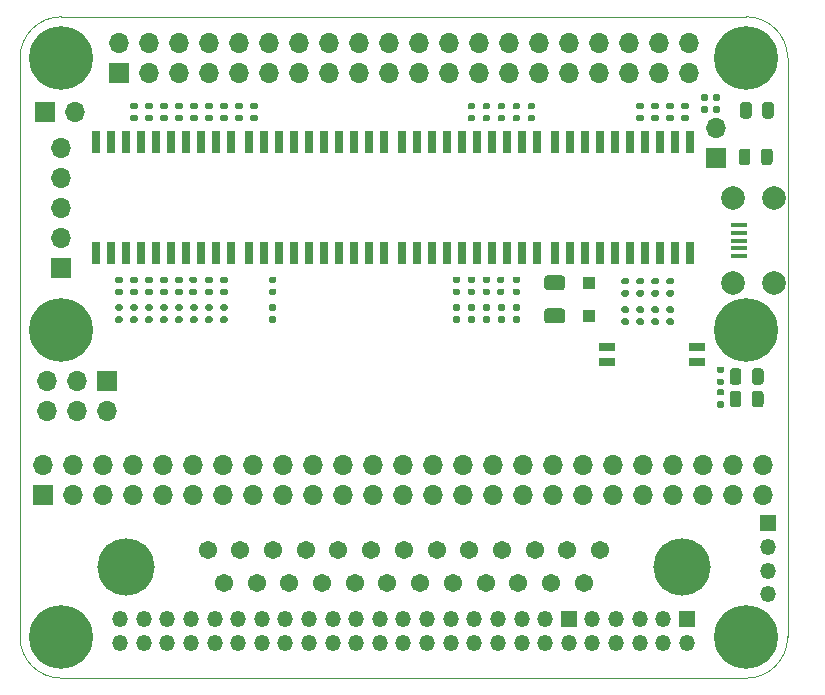
<source format=gbr>
%TF.GenerationSoftware,KiCad,Pcbnew,(5.1.7-7-g831c51c875)-1*%
%TF.CreationDate,2021-01-07T08:30:11-06:00*%
%TF.ProjectId,rascsi_2p4,72617363-7369-45f3-9270-342e6b696361,rev?*%
%TF.SameCoordinates,PX59d60c0PY325aa00*%
%TF.FileFunction,Soldermask,Top*%
%TF.FilePolarity,Negative*%
%FSLAX46Y46*%
G04 Gerber Fmt 4.6, Leading zero omitted, Abs format (unit mm)*
G04 Created by KiCad (PCBNEW (5.1.7-7-g831c51c875)-1) date 2021-01-07 08:30:11*
%MOMM*%
%LPD*%
G01*
G04 APERTURE LIST*
%TA.AperFunction,Profile*%
%ADD10C,0.050000*%
%TD*%
%ADD11C,4.845000*%
%ADD12C,1.545000*%
%ADD13O,1.350000X1.350000*%
%ADD14R,1.350000X1.350000*%
%ADD15O,1.700000X1.700000*%
%ADD16R,1.700000X1.700000*%
%ADD17R,0.650000X1.950000*%
%ADD18C,2.000000*%
%ADD19R,1.400000X0.400000*%
%ADD20R,1.100000X1.100000*%
%ADD21C,0.800000*%
%ADD22C,5.400000*%
%ADD23R,1.425000X0.750000*%
G04 APERTURE END LIST*
D10*
X83800000Y-45696000D02*
X141800000Y-45696000D01*
X83800000Y-45696000D02*
G75*
G02*
X80300000Y-42196000I0J3500000D01*
G01*
X145300000Y-42196000D02*
G75*
G02*
X141800000Y-45696000I-3500000J0D01*
G01*
X80300000Y6800000D02*
X80300000Y-42196000D01*
X145300000Y6800000D02*
X145300000Y-42196000D01*
X83800000Y10300000D02*
X141800000Y10300000D01*
X80300000Y6800000D02*
G75*
G02*
X83800000Y10300000I3500000J0D01*
G01*
X141800000Y10300000D02*
G75*
G02*
X145300000Y6800000I0J-3500000D01*
G01*
D11*
%TO.C,J6*%
X89281600Y-36250000D03*
X136321600Y-36250000D03*
D12*
X97566600Y-37670000D03*
X100336600Y-37670000D03*
X103106600Y-37670000D03*
X105876600Y-37670000D03*
X108646600Y-37670000D03*
X111416600Y-37670000D03*
X114186600Y-37670000D03*
X116956600Y-37670000D03*
X119726600Y-37670000D03*
X122496600Y-37670000D03*
X125266600Y-37670000D03*
X128036600Y-37670000D03*
X96181600Y-34830000D03*
X98951600Y-34830000D03*
X101721600Y-34830000D03*
X104491600Y-34830000D03*
X107261600Y-34830000D03*
X110031600Y-34830000D03*
X112801600Y-34830000D03*
X115571600Y-34830000D03*
X118341600Y-34830000D03*
X121111600Y-34830000D03*
X123881600Y-34830000D03*
X126651600Y-34830000D03*
X129421600Y-34830000D03*
%TD*%
D13*
%TO.C,J9*%
X88772000Y-42688000D03*
X88772000Y-40688000D03*
X90772000Y-42688000D03*
X90772000Y-40688000D03*
X92772000Y-42688000D03*
X92772000Y-40688000D03*
X94772000Y-42688000D03*
X94772000Y-40688000D03*
X96772000Y-42688000D03*
X96772000Y-40688000D03*
X98772000Y-42688000D03*
X98772000Y-40688000D03*
X100772000Y-42688000D03*
X100772000Y-40688000D03*
X102772000Y-42688000D03*
X102772000Y-40688000D03*
X104772000Y-42688000D03*
X104772000Y-40688000D03*
X106772000Y-42688000D03*
X106772000Y-40688000D03*
X108772000Y-42688000D03*
X108772000Y-40688000D03*
X110772000Y-42688000D03*
X110772000Y-40688000D03*
X112772000Y-42688000D03*
X112772000Y-40688000D03*
X114772000Y-42688000D03*
X114772000Y-40688000D03*
X116772000Y-42688000D03*
X116772000Y-40688000D03*
X118772000Y-42688000D03*
X118772000Y-40688000D03*
X120772000Y-42688000D03*
X120772000Y-40688000D03*
X122772000Y-42688000D03*
X122772000Y-40688000D03*
X124772000Y-42688000D03*
X124772000Y-40688000D03*
X126772000Y-42688000D03*
D14*
X126772000Y-40688000D03*
D13*
X128772000Y-42688000D03*
X128772000Y-40688000D03*
X130772000Y-42688000D03*
X130772000Y-40688000D03*
X132772000Y-42688000D03*
X132772000Y-40688000D03*
X134772000Y-42688000D03*
X134772000Y-40688000D03*
X136772000Y-42688000D03*
D14*
X136772000Y-40688000D03*
%TD*%
D13*
%TO.C,J10*%
X143630000Y-38592000D03*
X143630000Y-36592000D03*
X143630000Y-34592000D03*
D14*
X143630000Y-32592000D03*
%TD*%
%TO.C,R4*%
G36*
G01*
X139422000Y-20338000D02*
X139792000Y-20338000D01*
G75*
G02*
X139927000Y-20473000I0J-135000D01*
G01*
X139927000Y-20743000D01*
G75*
G02*
X139792000Y-20878000I-135000J0D01*
G01*
X139422000Y-20878000D01*
G75*
G02*
X139287000Y-20743000I0J135000D01*
G01*
X139287000Y-20473000D01*
G75*
G02*
X139422000Y-20338000I135000J0D01*
G01*
G37*
G36*
G01*
X139422000Y-19318000D02*
X139792000Y-19318000D01*
G75*
G02*
X139927000Y-19453000I0J-135000D01*
G01*
X139927000Y-19723000D01*
G75*
G02*
X139792000Y-19858000I-135000J0D01*
G01*
X139422000Y-19858000D01*
G75*
G02*
X139287000Y-19723000I0J135000D01*
G01*
X139287000Y-19453000D01*
G75*
G02*
X139422000Y-19318000I135000J0D01*
G01*
G37*
%TD*%
%TO.C,R3*%
G36*
G01*
X139422000Y-22243000D02*
X139792000Y-22243000D01*
G75*
G02*
X139927000Y-22378000I0J-135000D01*
G01*
X139927000Y-22648000D01*
G75*
G02*
X139792000Y-22783000I-135000J0D01*
G01*
X139422000Y-22783000D01*
G75*
G02*
X139287000Y-22648000I0J135000D01*
G01*
X139287000Y-22378000D01*
G75*
G02*
X139422000Y-22243000I135000J0D01*
G01*
G37*
G36*
G01*
X139422000Y-21223000D02*
X139792000Y-21223000D01*
G75*
G02*
X139927000Y-21358000I0J-135000D01*
G01*
X139927000Y-21628000D01*
G75*
G02*
X139792000Y-21763000I-135000J0D01*
G01*
X139422000Y-21763000D01*
G75*
G02*
X139287000Y-21628000I0J135000D01*
G01*
X139287000Y-21358000D01*
G75*
G02*
X139422000Y-21223000I135000J0D01*
G01*
G37*
%TD*%
%TO.C,R2*%
G36*
G01*
X138998500Y3275500D02*
X138998500Y3645500D01*
G75*
G02*
X139133500Y3780500I135000J0D01*
G01*
X139403500Y3780500D01*
G75*
G02*
X139538500Y3645500I0J-135000D01*
G01*
X139538500Y3275500D01*
G75*
G02*
X139403500Y3140500I-135000J0D01*
G01*
X139133500Y3140500D01*
G75*
G02*
X138998500Y3275500I0J135000D01*
G01*
G37*
G36*
G01*
X137978500Y3275500D02*
X137978500Y3645500D01*
G75*
G02*
X138113500Y3780500I135000J0D01*
G01*
X138383500Y3780500D01*
G75*
G02*
X138518500Y3645500I0J-135000D01*
G01*
X138518500Y3275500D01*
G75*
G02*
X138383500Y3140500I-135000J0D01*
G01*
X138113500Y3140500D01*
G75*
G02*
X137978500Y3275500I0J135000D01*
G01*
G37*
%TD*%
%TO.C,R1*%
G36*
G01*
X138998500Y2259500D02*
X138998500Y2629500D01*
G75*
G02*
X139133500Y2764500I135000J0D01*
G01*
X139403500Y2764500D01*
G75*
G02*
X139538500Y2629500I0J-135000D01*
G01*
X139538500Y2259500D01*
G75*
G02*
X139403500Y2124500I-135000J0D01*
G01*
X139133500Y2124500D01*
G75*
G02*
X138998500Y2259500I0J135000D01*
G01*
G37*
G36*
G01*
X137978500Y2259500D02*
X137978500Y2629500D01*
G75*
G02*
X138113500Y2764500I135000J0D01*
G01*
X138383500Y2764500D01*
G75*
G02*
X138518500Y2629500I0J-135000D01*
G01*
X138518500Y2259500D01*
G75*
G02*
X138383500Y2124500I-135000J0D01*
G01*
X138113500Y2124500D01*
G75*
G02*
X137978500Y2259500I0J135000D01*
G01*
G37*
%TD*%
%TO.C,R58*%
G36*
G01*
X101882500Y-14587500D02*
X101512500Y-14587500D01*
G75*
G02*
X101377500Y-14452500I0J135000D01*
G01*
X101377500Y-14182500D01*
G75*
G02*
X101512500Y-14047500I135000J0D01*
G01*
X101882500Y-14047500D01*
G75*
G02*
X102017500Y-14182500I0J-135000D01*
G01*
X102017500Y-14452500D01*
G75*
G02*
X101882500Y-14587500I-135000J0D01*
G01*
G37*
G36*
G01*
X101882500Y-15607500D02*
X101512500Y-15607500D01*
G75*
G02*
X101377500Y-15472500I0J135000D01*
G01*
X101377500Y-15202500D01*
G75*
G02*
X101512500Y-15067500I135000J0D01*
G01*
X101882500Y-15067500D01*
G75*
G02*
X102017500Y-15202500I0J-135000D01*
G01*
X102017500Y-15472500D01*
G75*
G02*
X101882500Y-15607500I-135000J0D01*
G01*
G37*
%TD*%
%TO.C,R57*%
G36*
G01*
X97755000Y-14587500D02*
X97385000Y-14587500D01*
G75*
G02*
X97250000Y-14452500I0J135000D01*
G01*
X97250000Y-14182500D01*
G75*
G02*
X97385000Y-14047500I135000J0D01*
G01*
X97755000Y-14047500D01*
G75*
G02*
X97890000Y-14182500I0J-135000D01*
G01*
X97890000Y-14452500D01*
G75*
G02*
X97755000Y-14587500I-135000J0D01*
G01*
G37*
G36*
G01*
X97755000Y-15607500D02*
X97385000Y-15607500D01*
G75*
G02*
X97250000Y-15472500I0J135000D01*
G01*
X97250000Y-15202500D01*
G75*
G02*
X97385000Y-15067500I135000J0D01*
G01*
X97755000Y-15067500D01*
G75*
G02*
X97890000Y-15202500I0J-135000D01*
G01*
X97890000Y-15472500D01*
G75*
G02*
X97755000Y-15607500I-135000J0D01*
G01*
G37*
%TD*%
%TO.C,R56*%
G36*
G01*
X96485000Y-14587500D02*
X96115000Y-14587500D01*
G75*
G02*
X95980000Y-14452500I0J135000D01*
G01*
X95980000Y-14182500D01*
G75*
G02*
X96115000Y-14047500I135000J0D01*
G01*
X96485000Y-14047500D01*
G75*
G02*
X96620000Y-14182500I0J-135000D01*
G01*
X96620000Y-14452500D01*
G75*
G02*
X96485000Y-14587500I-135000J0D01*
G01*
G37*
G36*
G01*
X96485000Y-15607500D02*
X96115000Y-15607500D01*
G75*
G02*
X95980000Y-15472500I0J135000D01*
G01*
X95980000Y-15202500D01*
G75*
G02*
X96115000Y-15067500I135000J0D01*
G01*
X96485000Y-15067500D01*
G75*
G02*
X96620000Y-15202500I0J-135000D01*
G01*
X96620000Y-15472500D01*
G75*
G02*
X96485000Y-15607500I-135000J0D01*
G01*
G37*
%TD*%
%TO.C,R55*%
G36*
G01*
X95215000Y-14587500D02*
X94845000Y-14587500D01*
G75*
G02*
X94710000Y-14452500I0J135000D01*
G01*
X94710000Y-14182500D01*
G75*
G02*
X94845000Y-14047500I135000J0D01*
G01*
X95215000Y-14047500D01*
G75*
G02*
X95350000Y-14182500I0J-135000D01*
G01*
X95350000Y-14452500D01*
G75*
G02*
X95215000Y-14587500I-135000J0D01*
G01*
G37*
G36*
G01*
X95215000Y-15607500D02*
X94845000Y-15607500D01*
G75*
G02*
X94710000Y-15472500I0J135000D01*
G01*
X94710000Y-15202500D01*
G75*
G02*
X94845000Y-15067500I135000J0D01*
G01*
X95215000Y-15067500D01*
G75*
G02*
X95350000Y-15202500I0J-135000D01*
G01*
X95350000Y-15472500D01*
G75*
G02*
X95215000Y-15607500I-135000J0D01*
G01*
G37*
%TD*%
%TO.C,R54*%
G36*
G01*
X93945000Y-14587500D02*
X93575000Y-14587500D01*
G75*
G02*
X93440000Y-14452500I0J135000D01*
G01*
X93440000Y-14182500D01*
G75*
G02*
X93575000Y-14047500I135000J0D01*
G01*
X93945000Y-14047500D01*
G75*
G02*
X94080000Y-14182500I0J-135000D01*
G01*
X94080000Y-14452500D01*
G75*
G02*
X93945000Y-14587500I-135000J0D01*
G01*
G37*
G36*
G01*
X93945000Y-15607500D02*
X93575000Y-15607500D01*
G75*
G02*
X93440000Y-15472500I0J135000D01*
G01*
X93440000Y-15202500D01*
G75*
G02*
X93575000Y-15067500I135000J0D01*
G01*
X93945000Y-15067500D01*
G75*
G02*
X94080000Y-15202500I0J-135000D01*
G01*
X94080000Y-15472500D01*
G75*
G02*
X93945000Y-15607500I-135000J0D01*
G01*
G37*
%TD*%
%TO.C,R53*%
G36*
G01*
X92675000Y-14587500D02*
X92305000Y-14587500D01*
G75*
G02*
X92170000Y-14452500I0J135000D01*
G01*
X92170000Y-14182500D01*
G75*
G02*
X92305000Y-14047500I135000J0D01*
G01*
X92675000Y-14047500D01*
G75*
G02*
X92810000Y-14182500I0J-135000D01*
G01*
X92810000Y-14452500D01*
G75*
G02*
X92675000Y-14587500I-135000J0D01*
G01*
G37*
G36*
G01*
X92675000Y-15607500D02*
X92305000Y-15607500D01*
G75*
G02*
X92170000Y-15472500I0J135000D01*
G01*
X92170000Y-15202500D01*
G75*
G02*
X92305000Y-15067500I135000J0D01*
G01*
X92675000Y-15067500D01*
G75*
G02*
X92810000Y-15202500I0J-135000D01*
G01*
X92810000Y-15472500D01*
G75*
G02*
X92675000Y-15607500I-135000J0D01*
G01*
G37*
%TD*%
%TO.C,R52*%
G36*
G01*
X91405000Y-14587500D02*
X91035000Y-14587500D01*
G75*
G02*
X90900000Y-14452500I0J135000D01*
G01*
X90900000Y-14182500D01*
G75*
G02*
X91035000Y-14047500I135000J0D01*
G01*
X91405000Y-14047500D01*
G75*
G02*
X91540000Y-14182500I0J-135000D01*
G01*
X91540000Y-14452500D01*
G75*
G02*
X91405000Y-14587500I-135000J0D01*
G01*
G37*
G36*
G01*
X91405000Y-15607500D02*
X91035000Y-15607500D01*
G75*
G02*
X90900000Y-15472500I0J135000D01*
G01*
X90900000Y-15202500D01*
G75*
G02*
X91035000Y-15067500I135000J0D01*
G01*
X91405000Y-15067500D01*
G75*
G02*
X91540000Y-15202500I0J-135000D01*
G01*
X91540000Y-15472500D01*
G75*
G02*
X91405000Y-15607500I-135000J0D01*
G01*
G37*
%TD*%
%TO.C,R51*%
G36*
G01*
X90135000Y-14587500D02*
X89765000Y-14587500D01*
G75*
G02*
X89630000Y-14452500I0J135000D01*
G01*
X89630000Y-14182500D01*
G75*
G02*
X89765000Y-14047500I135000J0D01*
G01*
X90135000Y-14047500D01*
G75*
G02*
X90270000Y-14182500I0J-135000D01*
G01*
X90270000Y-14452500D01*
G75*
G02*
X90135000Y-14587500I-135000J0D01*
G01*
G37*
G36*
G01*
X90135000Y-15607500D02*
X89765000Y-15607500D01*
G75*
G02*
X89630000Y-15472500I0J135000D01*
G01*
X89630000Y-15202500D01*
G75*
G02*
X89765000Y-15067500I135000J0D01*
G01*
X90135000Y-15067500D01*
G75*
G02*
X90270000Y-15202500I0J-135000D01*
G01*
X90270000Y-15472500D01*
G75*
G02*
X90135000Y-15607500I-135000J0D01*
G01*
G37*
%TD*%
%TO.C,R50*%
G36*
G01*
X88865000Y-14587500D02*
X88495000Y-14587500D01*
G75*
G02*
X88360000Y-14452500I0J135000D01*
G01*
X88360000Y-14182500D01*
G75*
G02*
X88495000Y-14047500I135000J0D01*
G01*
X88865000Y-14047500D01*
G75*
G02*
X89000000Y-14182500I0J-135000D01*
G01*
X89000000Y-14452500D01*
G75*
G02*
X88865000Y-14587500I-135000J0D01*
G01*
G37*
G36*
G01*
X88865000Y-15607500D02*
X88495000Y-15607500D01*
G75*
G02*
X88360000Y-15472500I0J135000D01*
G01*
X88360000Y-15202500D01*
G75*
G02*
X88495000Y-15067500I135000J0D01*
G01*
X88865000Y-15067500D01*
G75*
G02*
X89000000Y-15202500I0J-135000D01*
G01*
X89000000Y-15472500D01*
G75*
G02*
X88865000Y-15607500I-135000J0D01*
G01*
G37*
%TD*%
%TO.C,R49*%
G36*
G01*
X122520000Y-14587500D02*
X122150000Y-14587500D01*
G75*
G02*
X122015000Y-14452500I0J135000D01*
G01*
X122015000Y-14182500D01*
G75*
G02*
X122150000Y-14047500I135000J0D01*
G01*
X122520000Y-14047500D01*
G75*
G02*
X122655000Y-14182500I0J-135000D01*
G01*
X122655000Y-14452500D01*
G75*
G02*
X122520000Y-14587500I-135000J0D01*
G01*
G37*
G36*
G01*
X122520000Y-15607500D02*
X122150000Y-15607500D01*
G75*
G02*
X122015000Y-15472500I0J135000D01*
G01*
X122015000Y-15202500D01*
G75*
G02*
X122150000Y-15067500I135000J0D01*
G01*
X122520000Y-15067500D01*
G75*
G02*
X122655000Y-15202500I0J-135000D01*
G01*
X122655000Y-15472500D01*
G75*
G02*
X122520000Y-15607500I-135000J0D01*
G01*
G37*
%TD*%
%TO.C,R48*%
G36*
G01*
X121250000Y-14587500D02*
X120880000Y-14587500D01*
G75*
G02*
X120745000Y-14452500I0J135000D01*
G01*
X120745000Y-14182500D01*
G75*
G02*
X120880000Y-14047500I135000J0D01*
G01*
X121250000Y-14047500D01*
G75*
G02*
X121385000Y-14182500I0J-135000D01*
G01*
X121385000Y-14452500D01*
G75*
G02*
X121250000Y-14587500I-135000J0D01*
G01*
G37*
G36*
G01*
X121250000Y-15607500D02*
X120880000Y-15607500D01*
G75*
G02*
X120745000Y-15472500I0J135000D01*
G01*
X120745000Y-15202500D01*
G75*
G02*
X120880000Y-15067500I135000J0D01*
G01*
X121250000Y-15067500D01*
G75*
G02*
X121385000Y-15202500I0J-135000D01*
G01*
X121385000Y-15472500D01*
G75*
G02*
X121250000Y-15607500I-135000J0D01*
G01*
G37*
%TD*%
%TO.C,R47*%
G36*
G01*
X119980000Y-14587500D02*
X119610000Y-14587500D01*
G75*
G02*
X119475000Y-14452500I0J135000D01*
G01*
X119475000Y-14182500D01*
G75*
G02*
X119610000Y-14047500I135000J0D01*
G01*
X119980000Y-14047500D01*
G75*
G02*
X120115000Y-14182500I0J-135000D01*
G01*
X120115000Y-14452500D01*
G75*
G02*
X119980000Y-14587500I-135000J0D01*
G01*
G37*
G36*
G01*
X119980000Y-15607500D02*
X119610000Y-15607500D01*
G75*
G02*
X119475000Y-15472500I0J135000D01*
G01*
X119475000Y-15202500D01*
G75*
G02*
X119610000Y-15067500I135000J0D01*
G01*
X119980000Y-15067500D01*
G75*
G02*
X120115000Y-15202500I0J-135000D01*
G01*
X120115000Y-15472500D01*
G75*
G02*
X119980000Y-15607500I-135000J0D01*
G01*
G37*
%TD*%
%TO.C,R46*%
G36*
G01*
X118710000Y-14587500D02*
X118340000Y-14587500D01*
G75*
G02*
X118205000Y-14452500I0J135000D01*
G01*
X118205000Y-14182500D01*
G75*
G02*
X118340000Y-14047500I135000J0D01*
G01*
X118710000Y-14047500D01*
G75*
G02*
X118845000Y-14182500I0J-135000D01*
G01*
X118845000Y-14452500D01*
G75*
G02*
X118710000Y-14587500I-135000J0D01*
G01*
G37*
G36*
G01*
X118710000Y-15607500D02*
X118340000Y-15607500D01*
G75*
G02*
X118205000Y-15472500I0J135000D01*
G01*
X118205000Y-15202500D01*
G75*
G02*
X118340000Y-15067500I135000J0D01*
G01*
X118710000Y-15067500D01*
G75*
G02*
X118845000Y-15202500I0J-135000D01*
G01*
X118845000Y-15472500D01*
G75*
G02*
X118710000Y-15607500I-135000J0D01*
G01*
G37*
%TD*%
%TO.C,R45*%
G36*
G01*
X117440000Y-14587500D02*
X117070000Y-14587500D01*
G75*
G02*
X116935000Y-14452500I0J135000D01*
G01*
X116935000Y-14182500D01*
G75*
G02*
X117070000Y-14047500I135000J0D01*
G01*
X117440000Y-14047500D01*
G75*
G02*
X117575000Y-14182500I0J-135000D01*
G01*
X117575000Y-14452500D01*
G75*
G02*
X117440000Y-14587500I-135000J0D01*
G01*
G37*
G36*
G01*
X117440000Y-15607500D02*
X117070000Y-15607500D01*
G75*
G02*
X116935000Y-15472500I0J135000D01*
G01*
X116935000Y-15202500D01*
G75*
G02*
X117070000Y-15067500I135000J0D01*
G01*
X117440000Y-15067500D01*
G75*
G02*
X117575000Y-15202500I0J-135000D01*
G01*
X117575000Y-15472500D01*
G75*
G02*
X117440000Y-15607500I-135000J0D01*
G01*
G37*
%TD*%
%TO.C,R44*%
G36*
G01*
X135537500Y-14762501D02*
X135167500Y-14762501D01*
G75*
G02*
X135032500Y-14627501I0J135000D01*
G01*
X135032500Y-14357501D01*
G75*
G02*
X135167500Y-14222501I135000J0D01*
G01*
X135537500Y-14222501D01*
G75*
G02*
X135672500Y-14357501I0J-135000D01*
G01*
X135672500Y-14627501D01*
G75*
G02*
X135537500Y-14762501I-135000J0D01*
G01*
G37*
G36*
G01*
X135537500Y-15782501D02*
X135167500Y-15782501D01*
G75*
G02*
X135032500Y-15647501I0J135000D01*
G01*
X135032500Y-15377501D01*
G75*
G02*
X135167500Y-15242501I135000J0D01*
G01*
X135537500Y-15242501D01*
G75*
G02*
X135672500Y-15377501I0J-135000D01*
G01*
X135672500Y-15647501D01*
G75*
G02*
X135537500Y-15782501I-135000J0D01*
G01*
G37*
%TD*%
%TO.C,R43*%
G36*
G01*
X134267500Y-14762501D02*
X133897500Y-14762501D01*
G75*
G02*
X133762500Y-14627501I0J135000D01*
G01*
X133762500Y-14357501D01*
G75*
G02*
X133897500Y-14222501I135000J0D01*
G01*
X134267500Y-14222501D01*
G75*
G02*
X134402500Y-14357501I0J-135000D01*
G01*
X134402500Y-14627501D01*
G75*
G02*
X134267500Y-14762501I-135000J0D01*
G01*
G37*
G36*
G01*
X134267500Y-15782501D02*
X133897500Y-15782501D01*
G75*
G02*
X133762500Y-15647501I0J135000D01*
G01*
X133762500Y-15377501D01*
G75*
G02*
X133897500Y-15242501I135000J0D01*
G01*
X134267500Y-15242501D01*
G75*
G02*
X134402500Y-15377501I0J-135000D01*
G01*
X134402500Y-15647501D01*
G75*
G02*
X134267500Y-15782501I-135000J0D01*
G01*
G37*
%TD*%
%TO.C,R42*%
G36*
G01*
X132997500Y-14762501D02*
X132627500Y-14762501D01*
G75*
G02*
X132492500Y-14627501I0J135000D01*
G01*
X132492500Y-14357501D01*
G75*
G02*
X132627500Y-14222501I135000J0D01*
G01*
X132997500Y-14222501D01*
G75*
G02*
X133132500Y-14357501I0J-135000D01*
G01*
X133132500Y-14627501D01*
G75*
G02*
X132997500Y-14762501I-135000J0D01*
G01*
G37*
G36*
G01*
X132997500Y-15782501D02*
X132627500Y-15782501D01*
G75*
G02*
X132492500Y-15647501I0J135000D01*
G01*
X132492500Y-15377501D01*
G75*
G02*
X132627500Y-15242501I135000J0D01*
G01*
X132997500Y-15242501D01*
G75*
G02*
X133132500Y-15377501I0J-135000D01*
G01*
X133132500Y-15647501D01*
G75*
G02*
X132997500Y-15782501I-135000J0D01*
G01*
G37*
%TD*%
%TO.C,R41*%
G36*
G01*
X131727500Y-14762501D02*
X131357500Y-14762501D01*
G75*
G02*
X131222500Y-14627501I0J135000D01*
G01*
X131222500Y-14357501D01*
G75*
G02*
X131357500Y-14222501I135000J0D01*
G01*
X131727500Y-14222501D01*
G75*
G02*
X131862500Y-14357501I0J-135000D01*
G01*
X131862500Y-14627501D01*
G75*
G02*
X131727500Y-14762501I-135000J0D01*
G01*
G37*
G36*
G01*
X131727500Y-15782501D02*
X131357500Y-15782501D01*
G75*
G02*
X131222500Y-15647501I0J135000D01*
G01*
X131222500Y-15377501D01*
G75*
G02*
X131357500Y-15242501I135000J0D01*
G01*
X131727500Y-15242501D01*
G75*
G02*
X131862500Y-15377501I0J-135000D01*
G01*
X131862500Y-15647501D01*
G75*
G02*
X131727500Y-15782501I-135000J0D01*
G01*
G37*
%TD*%
%TO.C,R40*%
G36*
G01*
X101512500Y-12718000D02*
X101882500Y-12718000D01*
G75*
G02*
X102017500Y-12853000I0J-135000D01*
G01*
X102017500Y-13123000D01*
G75*
G02*
X101882500Y-13258000I-135000J0D01*
G01*
X101512500Y-13258000D01*
G75*
G02*
X101377500Y-13123000I0J135000D01*
G01*
X101377500Y-12853000D01*
G75*
G02*
X101512500Y-12718000I135000J0D01*
G01*
G37*
G36*
G01*
X101512500Y-11698000D02*
X101882500Y-11698000D01*
G75*
G02*
X102017500Y-11833000I0J-135000D01*
G01*
X102017500Y-12103000D01*
G75*
G02*
X101882500Y-12238000I-135000J0D01*
G01*
X101512500Y-12238000D01*
G75*
G02*
X101377500Y-12103000I0J135000D01*
G01*
X101377500Y-11833000D01*
G75*
G02*
X101512500Y-11698000I135000J0D01*
G01*
G37*
%TD*%
%TO.C,R39*%
G36*
G01*
X97385000Y-12718000D02*
X97755000Y-12718000D01*
G75*
G02*
X97890000Y-12853000I0J-135000D01*
G01*
X97890000Y-13123000D01*
G75*
G02*
X97755000Y-13258000I-135000J0D01*
G01*
X97385000Y-13258000D01*
G75*
G02*
X97250000Y-13123000I0J135000D01*
G01*
X97250000Y-12853000D01*
G75*
G02*
X97385000Y-12718000I135000J0D01*
G01*
G37*
G36*
G01*
X97385000Y-11698000D02*
X97755000Y-11698000D01*
G75*
G02*
X97890000Y-11833000I0J-135000D01*
G01*
X97890000Y-12103000D01*
G75*
G02*
X97755000Y-12238000I-135000J0D01*
G01*
X97385000Y-12238000D01*
G75*
G02*
X97250000Y-12103000I0J135000D01*
G01*
X97250000Y-11833000D01*
G75*
G02*
X97385000Y-11698000I135000J0D01*
G01*
G37*
%TD*%
%TO.C,R38*%
G36*
G01*
X96115000Y-12718000D02*
X96485000Y-12718000D01*
G75*
G02*
X96620000Y-12853000I0J-135000D01*
G01*
X96620000Y-13123000D01*
G75*
G02*
X96485000Y-13258000I-135000J0D01*
G01*
X96115000Y-13258000D01*
G75*
G02*
X95980000Y-13123000I0J135000D01*
G01*
X95980000Y-12853000D01*
G75*
G02*
X96115000Y-12718000I135000J0D01*
G01*
G37*
G36*
G01*
X96115000Y-11698000D02*
X96485000Y-11698000D01*
G75*
G02*
X96620000Y-11833000I0J-135000D01*
G01*
X96620000Y-12103000D01*
G75*
G02*
X96485000Y-12238000I-135000J0D01*
G01*
X96115000Y-12238000D01*
G75*
G02*
X95980000Y-12103000I0J135000D01*
G01*
X95980000Y-11833000D01*
G75*
G02*
X96115000Y-11698000I135000J0D01*
G01*
G37*
%TD*%
%TO.C,R37*%
G36*
G01*
X94781500Y-12718000D02*
X95151500Y-12718000D01*
G75*
G02*
X95286500Y-12853000I0J-135000D01*
G01*
X95286500Y-13123000D01*
G75*
G02*
X95151500Y-13258000I-135000J0D01*
G01*
X94781500Y-13258000D01*
G75*
G02*
X94646500Y-13123000I0J135000D01*
G01*
X94646500Y-12853000D01*
G75*
G02*
X94781500Y-12718000I135000J0D01*
G01*
G37*
G36*
G01*
X94781500Y-11698000D02*
X95151500Y-11698000D01*
G75*
G02*
X95286500Y-11833000I0J-135000D01*
G01*
X95286500Y-12103000D01*
G75*
G02*
X95151500Y-12238000I-135000J0D01*
G01*
X94781500Y-12238000D01*
G75*
G02*
X94646500Y-12103000I0J135000D01*
G01*
X94646500Y-11833000D01*
G75*
G02*
X94781500Y-11698000I135000J0D01*
G01*
G37*
%TD*%
%TO.C,R36*%
G36*
G01*
X93575000Y-12718000D02*
X93945000Y-12718000D01*
G75*
G02*
X94080000Y-12853000I0J-135000D01*
G01*
X94080000Y-13123000D01*
G75*
G02*
X93945000Y-13258000I-135000J0D01*
G01*
X93575000Y-13258000D01*
G75*
G02*
X93440000Y-13123000I0J135000D01*
G01*
X93440000Y-12853000D01*
G75*
G02*
X93575000Y-12718000I135000J0D01*
G01*
G37*
G36*
G01*
X93575000Y-11698000D02*
X93945000Y-11698000D01*
G75*
G02*
X94080000Y-11833000I0J-135000D01*
G01*
X94080000Y-12103000D01*
G75*
G02*
X93945000Y-12238000I-135000J0D01*
G01*
X93575000Y-12238000D01*
G75*
G02*
X93440000Y-12103000I0J135000D01*
G01*
X93440000Y-11833000D01*
G75*
G02*
X93575000Y-11698000I135000J0D01*
G01*
G37*
%TD*%
%TO.C,R35*%
G36*
G01*
X92305000Y-12718000D02*
X92675000Y-12718000D01*
G75*
G02*
X92810000Y-12853000I0J-135000D01*
G01*
X92810000Y-13123000D01*
G75*
G02*
X92675000Y-13258000I-135000J0D01*
G01*
X92305000Y-13258000D01*
G75*
G02*
X92170000Y-13123000I0J135000D01*
G01*
X92170000Y-12853000D01*
G75*
G02*
X92305000Y-12718000I135000J0D01*
G01*
G37*
G36*
G01*
X92305000Y-11698000D02*
X92675000Y-11698000D01*
G75*
G02*
X92810000Y-11833000I0J-135000D01*
G01*
X92810000Y-12103000D01*
G75*
G02*
X92675000Y-12238000I-135000J0D01*
G01*
X92305000Y-12238000D01*
G75*
G02*
X92170000Y-12103000I0J135000D01*
G01*
X92170000Y-11833000D01*
G75*
G02*
X92305000Y-11698000I135000J0D01*
G01*
G37*
%TD*%
%TO.C,R34*%
G36*
G01*
X91035000Y-12718000D02*
X91405000Y-12718000D01*
G75*
G02*
X91540000Y-12853000I0J-135000D01*
G01*
X91540000Y-13123000D01*
G75*
G02*
X91405000Y-13258000I-135000J0D01*
G01*
X91035000Y-13258000D01*
G75*
G02*
X90900000Y-13123000I0J135000D01*
G01*
X90900000Y-12853000D01*
G75*
G02*
X91035000Y-12718000I135000J0D01*
G01*
G37*
G36*
G01*
X91035000Y-11698000D02*
X91405000Y-11698000D01*
G75*
G02*
X91540000Y-11833000I0J-135000D01*
G01*
X91540000Y-12103000D01*
G75*
G02*
X91405000Y-12238000I-135000J0D01*
G01*
X91035000Y-12238000D01*
G75*
G02*
X90900000Y-12103000I0J135000D01*
G01*
X90900000Y-11833000D01*
G75*
G02*
X91035000Y-11698000I135000J0D01*
G01*
G37*
%TD*%
%TO.C,R33*%
G36*
G01*
X89765000Y-12718000D02*
X90135000Y-12718000D01*
G75*
G02*
X90270000Y-12853000I0J-135000D01*
G01*
X90270000Y-13123000D01*
G75*
G02*
X90135000Y-13258000I-135000J0D01*
G01*
X89765000Y-13258000D01*
G75*
G02*
X89630000Y-13123000I0J135000D01*
G01*
X89630000Y-12853000D01*
G75*
G02*
X89765000Y-12718000I135000J0D01*
G01*
G37*
G36*
G01*
X89765000Y-11698000D02*
X90135000Y-11698000D01*
G75*
G02*
X90270000Y-11833000I0J-135000D01*
G01*
X90270000Y-12103000D01*
G75*
G02*
X90135000Y-12238000I-135000J0D01*
G01*
X89765000Y-12238000D01*
G75*
G02*
X89630000Y-12103000I0J135000D01*
G01*
X89630000Y-11833000D01*
G75*
G02*
X89765000Y-11698000I135000J0D01*
G01*
G37*
%TD*%
%TO.C,R32*%
G36*
G01*
X88495000Y-12718000D02*
X88865000Y-12718000D01*
G75*
G02*
X89000000Y-12853000I0J-135000D01*
G01*
X89000000Y-13123000D01*
G75*
G02*
X88865000Y-13258000I-135000J0D01*
G01*
X88495000Y-13258000D01*
G75*
G02*
X88360000Y-13123000I0J135000D01*
G01*
X88360000Y-12853000D01*
G75*
G02*
X88495000Y-12718000I135000J0D01*
G01*
G37*
G36*
G01*
X88495000Y-11698000D02*
X88865000Y-11698000D01*
G75*
G02*
X89000000Y-11833000I0J-135000D01*
G01*
X89000000Y-12103000D01*
G75*
G02*
X88865000Y-12238000I-135000J0D01*
G01*
X88495000Y-12238000D01*
G75*
G02*
X88360000Y-12103000I0J135000D01*
G01*
X88360000Y-11833000D01*
G75*
G02*
X88495000Y-11698000I135000J0D01*
G01*
G37*
%TD*%
%TO.C,R31*%
G36*
G01*
X122150000Y-12718000D02*
X122520000Y-12718000D01*
G75*
G02*
X122655000Y-12853000I0J-135000D01*
G01*
X122655000Y-13123000D01*
G75*
G02*
X122520000Y-13258000I-135000J0D01*
G01*
X122150000Y-13258000D01*
G75*
G02*
X122015000Y-13123000I0J135000D01*
G01*
X122015000Y-12853000D01*
G75*
G02*
X122150000Y-12718000I135000J0D01*
G01*
G37*
G36*
G01*
X122150000Y-11698000D02*
X122520000Y-11698000D01*
G75*
G02*
X122655000Y-11833000I0J-135000D01*
G01*
X122655000Y-12103000D01*
G75*
G02*
X122520000Y-12238000I-135000J0D01*
G01*
X122150000Y-12238000D01*
G75*
G02*
X122015000Y-12103000I0J135000D01*
G01*
X122015000Y-11833000D01*
G75*
G02*
X122150000Y-11698000I135000J0D01*
G01*
G37*
%TD*%
%TO.C,R30*%
G36*
G01*
X120816500Y-12718000D02*
X121186500Y-12718000D01*
G75*
G02*
X121321500Y-12853000I0J-135000D01*
G01*
X121321500Y-13123000D01*
G75*
G02*
X121186500Y-13258000I-135000J0D01*
G01*
X120816500Y-13258000D01*
G75*
G02*
X120681500Y-13123000I0J135000D01*
G01*
X120681500Y-12853000D01*
G75*
G02*
X120816500Y-12718000I135000J0D01*
G01*
G37*
G36*
G01*
X120816500Y-11698000D02*
X121186500Y-11698000D01*
G75*
G02*
X121321500Y-11833000I0J-135000D01*
G01*
X121321500Y-12103000D01*
G75*
G02*
X121186500Y-12238000I-135000J0D01*
G01*
X120816500Y-12238000D01*
G75*
G02*
X120681500Y-12103000I0J135000D01*
G01*
X120681500Y-11833000D01*
G75*
G02*
X120816500Y-11698000I135000J0D01*
G01*
G37*
%TD*%
%TO.C,R29*%
G36*
G01*
X119610000Y-12718000D02*
X119980000Y-12718000D01*
G75*
G02*
X120115000Y-12853000I0J-135000D01*
G01*
X120115000Y-13123000D01*
G75*
G02*
X119980000Y-13258000I-135000J0D01*
G01*
X119610000Y-13258000D01*
G75*
G02*
X119475000Y-13123000I0J135000D01*
G01*
X119475000Y-12853000D01*
G75*
G02*
X119610000Y-12718000I135000J0D01*
G01*
G37*
G36*
G01*
X119610000Y-11698000D02*
X119980000Y-11698000D01*
G75*
G02*
X120115000Y-11833000I0J-135000D01*
G01*
X120115000Y-12103000D01*
G75*
G02*
X119980000Y-12238000I-135000J0D01*
G01*
X119610000Y-12238000D01*
G75*
G02*
X119475000Y-12103000I0J135000D01*
G01*
X119475000Y-11833000D01*
G75*
G02*
X119610000Y-11698000I135000J0D01*
G01*
G37*
%TD*%
%TO.C,R28*%
G36*
G01*
X118340000Y-12718000D02*
X118710000Y-12718000D01*
G75*
G02*
X118845000Y-12853000I0J-135000D01*
G01*
X118845000Y-13123000D01*
G75*
G02*
X118710000Y-13258000I-135000J0D01*
G01*
X118340000Y-13258000D01*
G75*
G02*
X118205000Y-13123000I0J135000D01*
G01*
X118205000Y-12853000D01*
G75*
G02*
X118340000Y-12718000I135000J0D01*
G01*
G37*
G36*
G01*
X118340000Y-11698000D02*
X118710000Y-11698000D01*
G75*
G02*
X118845000Y-11833000I0J-135000D01*
G01*
X118845000Y-12103000D01*
G75*
G02*
X118710000Y-12238000I-135000J0D01*
G01*
X118340000Y-12238000D01*
G75*
G02*
X118205000Y-12103000I0J135000D01*
G01*
X118205000Y-11833000D01*
G75*
G02*
X118340000Y-11698000I135000J0D01*
G01*
G37*
%TD*%
%TO.C,R27*%
G36*
G01*
X117070000Y-12718000D02*
X117440000Y-12718000D01*
G75*
G02*
X117575000Y-12853000I0J-135000D01*
G01*
X117575000Y-13123000D01*
G75*
G02*
X117440000Y-13258000I-135000J0D01*
G01*
X117070000Y-13258000D01*
G75*
G02*
X116935000Y-13123000I0J135000D01*
G01*
X116935000Y-12853000D01*
G75*
G02*
X117070000Y-12718000I135000J0D01*
G01*
G37*
G36*
G01*
X117070000Y-11698000D02*
X117440000Y-11698000D01*
G75*
G02*
X117575000Y-11833000I0J-135000D01*
G01*
X117575000Y-12103000D01*
G75*
G02*
X117440000Y-12238000I-135000J0D01*
G01*
X117070000Y-12238000D01*
G75*
G02*
X116935000Y-12103000I0J135000D01*
G01*
X116935000Y-11833000D01*
G75*
G02*
X117070000Y-11698000I135000J0D01*
G01*
G37*
%TD*%
%TO.C,R26*%
G36*
G01*
X135167500Y-12845000D02*
X135537500Y-12845000D01*
G75*
G02*
X135672500Y-12980000I0J-135000D01*
G01*
X135672500Y-13250000D01*
G75*
G02*
X135537500Y-13385000I-135000J0D01*
G01*
X135167500Y-13385000D01*
G75*
G02*
X135032500Y-13250000I0J135000D01*
G01*
X135032500Y-12980000D01*
G75*
G02*
X135167500Y-12845000I135000J0D01*
G01*
G37*
G36*
G01*
X135167500Y-11825000D02*
X135537500Y-11825000D01*
G75*
G02*
X135672500Y-11960000I0J-135000D01*
G01*
X135672500Y-12230000D01*
G75*
G02*
X135537500Y-12365000I-135000J0D01*
G01*
X135167500Y-12365000D01*
G75*
G02*
X135032500Y-12230000I0J135000D01*
G01*
X135032500Y-11960000D01*
G75*
G02*
X135167500Y-11825000I135000J0D01*
G01*
G37*
%TD*%
%TO.C,R25*%
G36*
G01*
X133897500Y-12845000D02*
X134267500Y-12845000D01*
G75*
G02*
X134402500Y-12980000I0J-135000D01*
G01*
X134402500Y-13250000D01*
G75*
G02*
X134267500Y-13385000I-135000J0D01*
G01*
X133897500Y-13385000D01*
G75*
G02*
X133762500Y-13250000I0J135000D01*
G01*
X133762500Y-12980000D01*
G75*
G02*
X133897500Y-12845000I135000J0D01*
G01*
G37*
G36*
G01*
X133897500Y-11825000D02*
X134267500Y-11825000D01*
G75*
G02*
X134402500Y-11960000I0J-135000D01*
G01*
X134402500Y-12230000D01*
G75*
G02*
X134267500Y-12365000I-135000J0D01*
G01*
X133897500Y-12365000D01*
G75*
G02*
X133762500Y-12230000I0J135000D01*
G01*
X133762500Y-11960000D01*
G75*
G02*
X133897500Y-11825000I135000J0D01*
G01*
G37*
%TD*%
%TO.C,R24*%
G36*
G01*
X132627500Y-12845000D02*
X132997500Y-12845000D01*
G75*
G02*
X133132500Y-12980000I0J-135000D01*
G01*
X133132500Y-13250000D01*
G75*
G02*
X132997500Y-13385000I-135000J0D01*
G01*
X132627500Y-13385000D01*
G75*
G02*
X132492500Y-13250000I0J135000D01*
G01*
X132492500Y-12980000D01*
G75*
G02*
X132627500Y-12845000I135000J0D01*
G01*
G37*
G36*
G01*
X132627500Y-11825000D02*
X132997500Y-11825000D01*
G75*
G02*
X133132500Y-11960000I0J-135000D01*
G01*
X133132500Y-12230000D01*
G75*
G02*
X132997500Y-12365000I-135000J0D01*
G01*
X132627500Y-12365000D01*
G75*
G02*
X132492500Y-12230000I0J135000D01*
G01*
X132492500Y-11960000D01*
G75*
G02*
X132627500Y-11825000I135000J0D01*
G01*
G37*
%TD*%
%TO.C,R23*%
G36*
G01*
X131357500Y-12845000D02*
X131727500Y-12845000D01*
G75*
G02*
X131862500Y-12980000I0J-135000D01*
G01*
X131862500Y-13250000D01*
G75*
G02*
X131727500Y-13385000I-135000J0D01*
G01*
X131357500Y-13385000D01*
G75*
G02*
X131222500Y-13250000I0J135000D01*
G01*
X131222500Y-12980000D01*
G75*
G02*
X131357500Y-12845000I135000J0D01*
G01*
G37*
G36*
G01*
X131357500Y-11825000D02*
X131727500Y-11825000D01*
G75*
G02*
X131862500Y-11960000I0J-135000D01*
G01*
X131862500Y-12230000D01*
G75*
G02*
X131727500Y-12365000I-135000J0D01*
G01*
X131357500Y-12365000D01*
G75*
G02*
X131222500Y-12230000I0J135000D01*
G01*
X131222500Y-11960000D01*
G75*
G02*
X131357500Y-11825000I135000J0D01*
G01*
G37*
%TD*%
%TO.C,R22*%
G36*
G01*
X99925000Y1991000D02*
X100295000Y1991000D01*
G75*
G02*
X100430000Y1856000I0J-135000D01*
G01*
X100430000Y1586000D01*
G75*
G02*
X100295000Y1451000I-135000J0D01*
G01*
X99925000Y1451000D01*
G75*
G02*
X99790000Y1586000I0J135000D01*
G01*
X99790000Y1856000D01*
G75*
G02*
X99925000Y1991000I135000J0D01*
G01*
G37*
G36*
G01*
X99925000Y3011000D02*
X100295000Y3011000D01*
G75*
G02*
X100430000Y2876000I0J-135000D01*
G01*
X100430000Y2606000D01*
G75*
G02*
X100295000Y2471000I-135000J0D01*
G01*
X99925000Y2471000D01*
G75*
G02*
X99790000Y2606000I0J135000D01*
G01*
X99790000Y2876000D01*
G75*
G02*
X99925000Y3011000I135000J0D01*
G01*
G37*
%TD*%
%TO.C,R21*%
G36*
G01*
X98655000Y1991000D02*
X99025000Y1991000D01*
G75*
G02*
X99160000Y1856000I0J-135000D01*
G01*
X99160000Y1586000D01*
G75*
G02*
X99025000Y1451000I-135000J0D01*
G01*
X98655000Y1451000D01*
G75*
G02*
X98520000Y1586000I0J135000D01*
G01*
X98520000Y1856000D01*
G75*
G02*
X98655000Y1991000I135000J0D01*
G01*
G37*
G36*
G01*
X98655000Y3011000D02*
X99025000Y3011000D01*
G75*
G02*
X99160000Y2876000I0J-135000D01*
G01*
X99160000Y2606000D01*
G75*
G02*
X99025000Y2471000I-135000J0D01*
G01*
X98655000Y2471000D01*
G75*
G02*
X98520000Y2606000I0J135000D01*
G01*
X98520000Y2876000D01*
G75*
G02*
X98655000Y3011000I135000J0D01*
G01*
G37*
%TD*%
%TO.C,R20*%
G36*
G01*
X97385000Y1991000D02*
X97755000Y1991000D01*
G75*
G02*
X97890000Y1856000I0J-135000D01*
G01*
X97890000Y1586000D01*
G75*
G02*
X97755000Y1451000I-135000J0D01*
G01*
X97385000Y1451000D01*
G75*
G02*
X97250000Y1586000I0J135000D01*
G01*
X97250000Y1856000D01*
G75*
G02*
X97385000Y1991000I135000J0D01*
G01*
G37*
G36*
G01*
X97385000Y3011000D02*
X97755000Y3011000D01*
G75*
G02*
X97890000Y2876000I0J-135000D01*
G01*
X97890000Y2606000D01*
G75*
G02*
X97755000Y2471000I-135000J0D01*
G01*
X97385000Y2471000D01*
G75*
G02*
X97250000Y2606000I0J135000D01*
G01*
X97250000Y2876000D01*
G75*
G02*
X97385000Y3011000I135000J0D01*
G01*
G37*
%TD*%
%TO.C,R19*%
G36*
G01*
X96115000Y1991000D02*
X96485000Y1991000D01*
G75*
G02*
X96620000Y1856000I0J-135000D01*
G01*
X96620000Y1586000D01*
G75*
G02*
X96485000Y1451000I-135000J0D01*
G01*
X96115000Y1451000D01*
G75*
G02*
X95980000Y1586000I0J135000D01*
G01*
X95980000Y1856000D01*
G75*
G02*
X96115000Y1991000I135000J0D01*
G01*
G37*
G36*
G01*
X96115000Y3011000D02*
X96485000Y3011000D01*
G75*
G02*
X96620000Y2876000I0J-135000D01*
G01*
X96620000Y2606000D01*
G75*
G02*
X96485000Y2471000I-135000J0D01*
G01*
X96115000Y2471000D01*
G75*
G02*
X95980000Y2606000I0J135000D01*
G01*
X95980000Y2876000D01*
G75*
G02*
X96115000Y3011000I135000J0D01*
G01*
G37*
%TD*%
%TO.C,R18*%
G36*
G01*
X94845000Y1991000D02*
X95215000Y1991000D01*
G75*
G02*
X95350000Y1856000I0J-135000D01*
G01*
X95350000Y1586000D01*
G75*
G02*
X95215000Y1451000I-135000J0D01*
G01*
X94845000Y1451000D01*
G75*
G02*
X94710000Y1586000I0J135000D01*
G01*
X94710000Y1856000D01*
G75*
G02*
X94845000Y1991000I135000J0D01*
G01*
G37*
G36*
G01*
X94845000Y3011000D02*
X95215000Y3011000D01*
G75*
G02*
X95350000Y2876000I0J-135000D01*
G01*
X95350000Y2606000D01*
G75*
G02*
X95215000Y2471000I-135000J0D01*
G01*
X94845000Y2471000D01*
G75*
G02*
X94710000Y2606000I0J135000D01*
G01*
X94710000Y2876000D01*
G75*
G02*
X94845000Y3011000I135000J0D01*
G01*
G37*
%TD*%
%TO.C,R17*%
G36*
G01*
X93575000Y1991000D02*
X93945000Y1991000D01*
G75*
G02*
X94080000Y1856000I0J-135000D01*
G01*
X94080000Y1586000D01*
G75*
G02*
X93945000Y1451000I-135000J0D01*
G01*
X93575000Y1451000D01*
G75*
G02*
X93440000Y1586000I0J135000D01*
G01*
X93440000Y1856000D01*
G75*
G02*
X93575000Y1991000I135000J0D01*
G01*
G37*
G36*
G01*
X93575000Y3011000D02*
X93945000Y3011000D01*
G75*
G02*
X94080000Y2876000I0J-135000D01*
G01*
X94080000Y2606000D01*
G75*
G02*
X93945000Y2471000I-135000J0D01*
G01*
X93575000Y2471000D01*
G75*
G02*
X93440000Y2606000I0J135000D01*
G01*
X93440000Y2876000D01*
G75*
G02*
X93575000Y3011000I135000J0D01*
G01*
G37*
%TD*%
%TO.C,R16*%
G36*
G01*
X92305000Y1991000D02*
X92675000Y1991000D01*
G75*
G02*
X92810000Y1856000I0J-135000D01*
G01*
X92810000Y1586000D01*
G75*
G02*
X92675000Y1451000I-135000J0D01*
G01*
X92305000Y1451000D01*
G75*
G02*
X92170000Y1586000I0J135000D01*
G01*
X92170000Y1856000D01*
G75*
G02*
X92305000Y1991000I135000J0D01*
G01*
G37*
G36*
G01*
X92305000Y3011000D02*
X92675000Y3011000D01*
G75*
G02*
X92810000Y2876000I0J-135000D01*
G01*
X92810000Y2606000D01*
G75*
G02*
X92675000Y2471000I-135000J0D01*
G01*
X92305000Y2471000D01*
G75*
G02*
X92170000Y2606000I0J135000D01*
G01*
X92170000Y2876000D01*
G75*
G02*
X92305000Y3011000I135000J0D01*
G01*
G37*
%TD*%
%TO.C,R15*%
G36*
G01*
X91035000Y1991000D02*
X91405000Y1991000D01*
G75*
G02*
X91540000Y1856000I0J-135000D01*
G01*
X91540000Y1586000D01*
G75*
G02*
X91405000Y1451000I-135000J0D01*
G01*
X91035000Y1451000D01*
G75*
G02*
X90900000Y1586000I0J135000D01*
G01*
X90900000Y1856000D01*
G75*
G02*
X91035000Y1991000I135000J0D01*
G01*
G37*
G36*
G01*
X91035000Y3011000D02*
X91405000Y3011000D01*
G75*
G02*
X91540000Y2876000I0J-135000D01*
G01*
X91540000Y2606000D01*
G75*
G02*
X91405000Y2471000I-135000J0D01*
G01*
X91035000Y2471000D01*
G75*
G02*
X90900000Y2606000I0J135000D01*
G01*
X90900000Y2876000D01*
G75*
G02*
X91035000Y3011000I135000J0D01*
G01*
G37*
%TD*%
%TO.C,R14*%
G36*
G01*
X89765000Y1991000D02*
X90135000Y1991000D01*
G75*
G02*
X90270000Y1856000I0J-135000D01*
G01*
X90270000Y1586000D01*
G75*
G02*
X90135000Y1451000I-135000J0D01*
G01*
X89765000Y1451000D01*
G75*
G02*
X89630000Y1586000I0J135000D01*
G01*
X89630000Y1856000D01*
G75*
G02*
X89765000Y1991000I135000J0D01*
G01*
G37*
G36*
G01*
X89765000Y3011000D02*
X90135000Y3011000D01*
G75*
G02*
X90270000Y2876000I0J-135000D01*
G01*
X90270000Y2606000D01*
G75*
G02*
X90135000Y2471000I-135000J0D01*
G01*
X89765000Y2471000D01*
G75*
G02*
X89630000Y2606000I0J135000D01*
G01*
X89630000Y2876000D01*
G75*
G02*
X89765000Y3011000I135000J0D01*
G01*
G37*
%TD*%
%TO.C,R13*%
G36*
G01*
X123420000Y1991000D02*
X123790000Y1991000D01*
G75*
G02*
X123925000Y1856000I0J-135000D01*
G01*
X123925000Y1586000D01*
G75*
G02*
X123790000Y1451000I-135000J0D01*
G01*
X123420000Y1451000D01*
G75*
G02*
X123285000Y1586000I0J135000D01*
G01*
X123285000Y1856000D01*
G75*
G02*
X123420000Y1991000I135000J0D01*
G01*
G37*
G36*
G01*
X123420000Y3011000D02*
X123790000Y3011000D01*
G75*
G02*
X123925000Y2876000I0J-135000D01*
G01*
X123925000Y2606000D01*
G75*
G02*
X123790000Y2471000I-135000J0D01*
G01*
X123420000Y2471000D01*
G75*
G02*
X123285000Y2606000I0J135000D01*
G01*
X123285000Y2876000D01*
G75*
G02*
X123420000Y3011000I135000J0D01*
G01*
G37*
%TD*%
%TO.C,R12*%
G36*
G01*
X122150000Y1991000D02*
X122520000Y1991000D01*
G75*
G02*
X122655000Y1856000I0J-135000D01*
G01*
X122655000Y1586000D01*
G75*
G02*
X122520000Y1451000I-135000J0D01*
G01*
X122150000Y1451000D01*
G75*
G02*
X122015000Y1586000I0J135000D01*
G01*
X122015000Y1856000D01*
G75*
G02*
X122150000Y1991000I135000J0D01*
G01*
G37*
G36*
G01*
X122150000Y3011000D02*
X122520000Y3011000D01*
G75*
G02*
X122655000Y2876000I0J-135000D01*
G01*
X122655000Y2606000D01*
G75*
G02*
X122520000Y2471000I-135000J0D01*
G01*
X122150000Y2471000D01*
G75*
G02*
X122015000Y2606000I0J135000D01*
G01*
X122015000Y2876000D01*
G75*
G02*
X122150000Y3011000I135000J0D01*
G01*
G37*
%TD*%
%TO.C,R11*%
G36*
G01*
X120880000Y1991000D02*
X121250000Y1991000D01*
G75*
G02*
X121385000Y1856000I0J-135000D01*
G01*
X121385000Y1586000D01*
G75*
G02*
X121250000Y1451000I-135000J0D01*
G01*
X120880000Y1451000D01*
G75*
G02*
X120745000Y1586000I0J135000D01*
G01*
X120745000Y1856000D01*
G75*
G02*
X120880000Y1991000I135000J0D01*
G01*
G37*
G36*
G01*
X120880000Y3011000D02*
X121250000Y3011000D01*
G75*
G02*
X121385000Y2876000I0J-135000D01*
G01*
X121385000Y2606000D01*
G75*
G02*
X121250000Y2471000I-135000J0D01*
G01*
X120880000Y2471000D01*
G75*
G02*
X120745000Y2606000I0J135000D01*
G01*
X120745000Y2876000D01*
G75*
G02*
X120880000Y3011000I135000J0D01*
G01*
G37*
%TD*%
%TO.C,R10*%
G36*
G01*
X119610000Y1991000D02*
X119980000Y1991000D01*
G75*
G02*
X120115000Y1856000I0J-135000D01*
G01*
X120115000Y1586000D01*
G75*
G02*
X119980000Y1451000I-135000J0D01*
G01*
X119610000Y1451000D01*
G75*
G02*
X119475000Y1586000I0J135000D01*
G01*
X119475000Y1856000D01*
G75*
G02*
X119610000Y1991000I135000J0D01*
G01*
G37*
G36*
G01*
X119610000Y3011000D02*
X119980000Y3011000D01*
G75*
G02*
X120115000Y2876000I0J-135000D01*
G01*
X120115000Y2606000D01*
G75*
G02*
X119980000Y2471000I-135000J0D01*
G01*
X119610000Y2471000D01*
G75*
G02*
X119475000Y2606000I0J135000D01*
G01*
X119475000Y2876000D01*
G75*
G02*
X119610000Y3011000I135000J0D01*
G01*
G37*
%TD*%
%TO.C,R9*%
G36*
G01*
X118340000Y1991000D02*
X118710000Y1991000D01*
G75*
G02*
X118845000Y1856000I0J-135000D01*
G01*
X118845000Y1586000D01*
G75*
G02*
X118710000Y1451000I-135000J0D01*
G01*
X118340000Y1451000D01*
G75*
G02*
X118205000Y1586000I0J135000D01*
G01*
X118205000Y1856000D01*
G75*
G02*
X118340000Y1991000I135000J0D01*
G01*
G37*
G36*
G01*
X118340000Y3011000D02*
X118710000Y3011000D01*
G75*
G02*
X118845000Y2876000I0J-135000D01*
G01*
X118845000Y2606000D01*
G75*
G02*
X118710000Y2471000I-135000J0D01*
G01*
X118340000Y2471000D01*
G75*
G02*
X118205000Y2606000I0J135000D01*
G01*
X118205000Y2876000D01*
G75*
G02*
X118340000Y3011000I135000J0D01*
G01*
G37*
%TD*%
%TO.C,R8*%
G36*
G01*
X136437500Y1991000D02*
X136807500Y1991000D01*
G75*
G02*
X136942500Y1856000I0J-135000D01*
G01*
X136942500Y1586000D01*
G75*
G02*
X136807500Y1451000I-135000J0D01*
G01*
X136437500Y1451000D01*
G75*
G02*
X136302500Y1586000I0J135000D01*
G01*
X136302500Y1856000D01*
G75*
G02*
X136437500Y1991000I135000J0D01*
G01*
G37*
G36*
G01*
X136437500Y3011000D02*
X136807500Y3011000D01*
G75*
G02*
X136942500Y2876000I0J-135000D01*
G01*
X136942500Y2606000D01*
G75*
G02*
X136807500Y2471000I-135000J0D01*
G01*
X136437500Y2471000D01*
G75*
G02*
X136302500Y2606000I0J135000D01*
G01*
X136302500Y2876000D01*
G75*
G02*
X136437500Y3011000I135000J0D01*
G01*
G37*
%TD*%
%TO.C,R7*%
G36*
G01*
X135167500Y1991000D02*
X135537500Y1991000D01*
G75*
G02*
X135672500Y1856000I0J-135000D01*
G01*
X135672500Y1586000D01*
G75*
G02*
X135537500Y1451000I-135000J0D01*
G01*
X135167500Y1451000D01*
G75*
G02*
X135032500Y1586000I0J135000D01*
G01*
X135032500Y1856000D01*
G75*
G02*
X135167500Y1991000I135000J0D01*
G01*
G37*
G36*
G01*
X135167500Y3011000D02*
X135537500Y3011000D01*
G75*
G02*
X135672500Y2876000I0J-135000D01*
G01*
X135672500Y2606000D01*
G75*
G02*
X135537500Y2471000I-135000J0D01*
G01*
X135167500Y2471000D01*
G75*
G02*
X135032500Y2606000I0J135000D01*
G01*
X135032500Y2876000D01*
G75*
G02*
X135167500Y3011000I135000J0D01*
G01*
G37*
%TD*%
%TO.C,R6*%
G36*
G01*
X133897500Y1991000D02*
X134267500Y1991000D01*
G75*
G02*
X134402500Y1856000I0J-135000D01*
G01*
X134402500Y1586000D01*
G75*
G02*
X134267500Y1451000I-135000J0D01*
G01*
X133897500Y1451000D01*
G75*
G02*
X133762500Y1586000I0J135000D01*
G01*
X133762500Y1856000D01*
G75*
G02*
X133897500Y1991000I135000J0D01*
G01*
G37*
G36*
G01*
X133897500Y3011000D02*
X134267500Y3011000D01*
G75*
G02*
X134402500Y2876000I0J-135000D01*
G01*
X134402500Y2606000D01*
G75*
G02*
X134267500Y2471000I-135000J0D01*
G01*
X133897500Y2471000D01*
G75*
G02*
X133762500Y2606000I0J135000D01*
G01*
X133762500Y2876000D01*
G75*
G02*
X133897500Y3011000I135000J0D01*
G01*
G37*
%TD*%
%TO.C,R5*%
G36*
G01*
X132627500Y1991000D02*
X132997500Y1991000D01*
G75*
G02*
X133132500Y1856000I0J-135000D01*
G01*
X133132500Y1586000D01*
G75*
G02*
X132997500Y1451000I-135000J0D01*
G01*
X132627500Y1451000D01*
G75*
G02*
X132492500Y1586000I0J135000D01*
G01*
X132492500Y1856000D01*
G75*
G02*
X132627500Y1991000I135000J0D01*
G01*
G37*
G36*
G01*
X132627500Y3011000D02*
X132997500Y3011000D01*
G75*
G02*
X133132500Y2876000I0J-135000D01*
G01*
X133132500Y2606000D01*
G75*
G02*
X132997500Y2471000I-135000J0D01*
G01*
X132627500Y2471000D01*
G75*
G02*
X132492500Y2606000I0J135000D01*
G01*
X132492500Y2876000D01*
G75*
G02*
X132627500Y3011000I135000J0D01*
G01*
G37*
%TD*%
D15*
%TO.C,J3*%
X143226500Y-27654500D03*
X143226500Y-30194500D03*
X140686500Y-27654500D03*
X140686500Y-30194500D03*
X138146500Y-27654500D03*
X138146500Y-30194500D03*
X135606500Y-27654500D03*
X135606500Y-30194500D03*
X133066500Y-27654500D03*
X133066500Y-30194500D03*
X130526500Y-27654500D03*
X130526500Y-30194500D03*
X127986500Y-27654500D03*
X127986500Y-30194500D03*
X125446500Y-27654500D03*
X125446500Y-30194500D03*
X122906500Y-27654500D03*
X122906500Y-30194500D03*
X120366500Y-27654500D03*
X120366500Y-30194500D03*
X117826500Y-27654500D03*
X117826500Y-30194500D03*
X115286500Y-27654500D03*
X115286500Y-30194500D03*
X112746500Y-27654500D03*
X112746500Y-30194500D03*
X110206500Y-27654500D03*
X110206500Y-30194500D03*
X107666500Y-27654500D03*
X107666500Y-30194500D03*
X105126500Y-27654500D03*
X105126500Y-30194500D03*
X102586500Y-27654500D03*
X102586500Y-30194500D03*
X100046500Y-27654500D03*
X100046500Y-30194500D03*
X97506500Y-27654500D03*
X97506500Y-30194500D03*
X94966500Y-27654500D03*
X94966500Y-30194500D03*
X92426500Y-27654500D03*
X92426500Y-30194500D03*
X89886500Y-27654500D03*
X89886500Y-30194500D03*
X87346500Y-27654500D03*
X87346500Y-30194500D03*
X84806500Y-27654500D03*
X84806500Y-30194500D03*
X82266500Y-27654500D03*
D16*
X82266500Y-30194500D03*
%TD*%
D17*
%TO.C,IC3*%
X124113000Y-9710000D03*
X122843000Y-9710000D03*
X121573000Y-9710000D03*
X120303000Y-9710000D03*
X119033000Y-9710000D03*
X117763000Y-9710000D03*
X116493000Y-9710000D03*
X115223000Y-9710000D03*
X113953000Y-9710000D03*
X112683000Y-9710000D03*
X112683000Y-260000D03*
X113953000Y-260000D03*
X115223000Y-260000D03*
X116493000Y-260000D03*
X117763000Y-260000D03*
X119033000Y-260000D03*
X120303000Y-260000D03*
X121573000Y-260000D03*
X122843000Y-260000D03*
X124113000Y-260000D03*
%TD*%
D18*
%TO.C,J8*%
X140705000Y-12235000D03*
X140705000Y-5085000D03*
X144155000Y-5085000D03*
X144155000Y-12235000D03*
D19*
X141205000Y-7360000D03*
X141205000Y-8010000D03*
X141205000Y-8660000D03*
X141205000Y-9310000D03*
X141205000Y-9960000D03*
%TD*%
D17*
%TO.C,IC4*%
X137067000Y-9710000D03*
X135797000Y-9710000D03*
X134527000Y-9710000D03*
X133257000Y-9710000D03*
X131987000Y-9710000D03*
X130717000Y-9710000D03*
X129447000Y-9710000D03*
X128177000Y-9710000D03*
X126907000Y-9710000D03*
X125637000Y-9710000D03*
X125637000Y-260000D03*
X126907000Y-260000D03*
X128177000Y-260000D03*
X129447000Y-260000D03*
X130717000Y-260000D03*
X131987000Y-260000D03*
X133257000Y-260000D03*
X134527000Y-260000D03*
X135797000Y-260000D03*
X137067000Y-260000D03*
%TD*%
%TO.C,IC2*%
X86775000Y-260000D03*
X88045000Y-260000D03*
X89315000Y-260000D03*
X90585000Y-260000D03*
X91855000Y-260000D03*
X93125000Y-260000D03*
X94395000Y-260000D03*
X95665000Y-260000D03*
X96935000Y-260000D03*
X98205000Y-260000D03*
X98205000Y-9710000D03*
X96935000Y-9710000D03*
X95665000Y-9710000D03*
X94395000Y-9710000D03*
X93125000Y-9710000D03*
X91855000Y-9710000D03*
X90585000Y-9710000D03*
X89315000Y-9710000D03*
X88045000Y-9710000D03*
X86775000Y-9710000D03*
%TD*%
%TO.C,IC1*%
X99729000Y-260000D03*
X100999000Y-260000D03*
X102269000Y-260000D03*
X103539000Y-260000D03*
X104809000Y-260000D03*
X106079000Y-260000D03*
X107349000Y-260000D03*
X108619000Y-260000D03*
X109889000Y-260000D03*
X111159000Y-260000D03*
X111159000Y-9710000D03*
X109889000Y-9710000D03*
X108619000Y-9710000D03*
X107349000Y-9710000D03*
X106079000Y-9710000D03*
X104809000Y-9710000D03*
X103539000Y-9710000D03*
X102269000Y-9710000D03*
X100999000Y-9710000D03*
X99729000Y-9710000D03*
%TD*%
D20*
%TO.C,D5*%
X128494500Y-15020000D03*
X128494500Y-12220000D03*
%TD*%
D15*
%TO.C,J2*%
X139226000Y857000D03*
D16*
X139226000Y-1683000D03*
%TD*%
D15*
%TO.C,J7*%
X84920000Y2280000D03*
D16*
X82380000Y2280000D03*
%TD*%
D15*
%TO.C,J5*%
X82560000Y-23110000D03*
X82560000Y-20570000D03*
X85100000Y-23110000D03*
X85100000Y-20570000D03*
X87640000Y-23110000D03*
D16*
X87640000Y-20570000D03*
%TD*%
%TO.C,FUSE1*%
G36*
G01*
X126198500Y-12849000D02*
X124948500Y-12849000D01*
G75*
G02*
X124698500Y-12599000I0J250000D01*
G01*
X124698500Y-11849000D01*
G75*
G02*
X124948500Y-11599000I250000J0D01*
G01*
X126198500Y-11599000D01*
G75*
G02*
X126448500Y-11849000I0J-250000D01*
G01*
X126448500Y-12599000D01*
G75*
G02*
X126198500Y-12849000I-250000J0D01*
G01*
G37*
G36*
G01*
X126198500Y-15649000D02*
X124948500Y-15649000D01*
G75*
G02*
X124698500Y-15399000I0J250000D01*
G01*
X124698500Y-14649000D01*
G75*
G02*
X124948500Y-14399000I250000J0D01*
G01*
X126198500Y-14399000D01*
G75*
G02*
X126448500Y-14649000I0J-250000D01*
G01*
X126448500Y-15399000D01*
G75*
G02*
X126198500Y-15649000I-250000J0D01*
G01*
G37*
%TD*%
D15*
%TO.C,J1*%
X136930000Y8070000D03*
X136930000Y5530000D03*
X134390000Y8070000D03*
X134390000Y5530000D03*
X131850000Y8070000D03*
X131850000Y5530000D03*
X129310000Y8070000D03*
X129310000Y5530000D03*
X126770000Y8070000D03*
X126770000Y5530000D03*
X124230000Y8070000D03*
X124230000Y5530000D03*
X121690000Y8070000D03*
X121690000Y5530000D03*
X119150000Y8070000D03*
X119150000Y5530000D03*
X116610000Y8070000D03*
X116610000Y5530000D03*
X114070000Y8070000D03*
X114070000Y5530000D03*
X111530000Y8070000D03*
X111530000Y5530000D03*
X108990000Y8070000D03*
X108990000Y5530000D03*
X106450000Y8070000D03*
X106450000Y5530000D03*
X103910000Y8070000D03*
X103910000Y5530000D03*
X101370000Y8070000D03*
X101370000Y5530000D03*
X98830000Y8070000D03*
X98830000Y5530000D03*
X96290000Y8070000D03*
X96290000Y5530000D03*
X93750000Y8070000D03*
X93750000Y5530000D03*
X91210000Y8070000D03*
X91210000Y5530000D03*
X88670000Y8070000D03*
D16*
X88670000Y5530000D03*
%TD*%
D21*
%TO.C,H2*%
X143231891Y8231891D03*
X141800000Y8825000D03*
X140368109Y8231891D03*
X139775000Y6800000D03*
X140368109Y5368109D03*
X141800000Y4775000D03*
X143231891Y5368109D03*
X143825000Y6800000D03*
D22*
X141800000Y6800000D03*
%TD*%
D21*
%TO.C,H1*%
X85231891Y8231891D03*
X83800000Y8825000D03*
X82368109Y8231891D03*
X81775000Y6800000D03*
X82368109Y5368109D03*
X83800000Y4775000D03*
X85231891Y5368109D03*
X85825000Y6800000D03*
D22*
X83800000Y6800000D03*
%TD*%
D15*
%TO.C,J4*%
X83810000Y-820000D03*
X83810000Y-3360000D03*
X83810000Y-5900000D03*
X83810000Y-8440000D03*
D16*
X83810000Y-10980000D03*
%TD*%
D21*
%TO.C,H6*%
X143231891Y-40768109D03*
X141800000Y-40175000D03*
X140368109Y-40768109D03*
X139775000Y-42200000D03*
X140368109Y-43631891D03*
X141800000Y-44225000D03*
X143231891Y-43631891D03*
X143825000Y-42200000D03*
D22*
X141800000Y-42200000D03*
%TD*%
D21*
%TO.C,H5*%
X85231891Y-40768109D03*
X83800000Y-40175000D03*
X82368109Y-40768109D03*
X81775000Y-42200000D03*
X82368109Y-43631891D03*
X83800000Y-44225000D03*
X85231891Y-43631891D03*
X85825000Y-42200000D03*
D22*
X83800000Y-42200000D03*
%TD*%
D21*
%TO.C,H4*%
X143231891Y-14768109D03*
X141800000Y-14175000D03*
X140368109Y-14768109D03*
X139775000Y-16200000D03*
X140368109Y-17631891D03*
X141800000Y-18225000D03*
X143231891Y-17631891D03*
X143825000Y-16200000D03*
D22*
X141800000Y-16200000D03*
%TD*%
D21*
%TO.C,H3*%
X85231891Y-14768109D03*
X83800000Y-14175000D03*
X82368109Y-14768109D03*
X81775000Y-16200000D03*
X82368109Y-17631891D03*
X83800000Y-18225000D03*
X85231891Y-17631891D03*
X85825000Y-16200000D03*
D22*
X83800000Y-16200000D03*
%TD*%
%TO.C,D4*%
G36*
G01*
X141379500Y-19705250D02*
X141379500Y-20617750D01*
G75*
G02*
X141135750Y-20861500I-243750J0D01*
G01*
X140648250Y-20861500D01*
G75*
G02*
X140404500Y-20617750I0J243750D01*
G01*
X140404500Y-19705250D01*
G75*
G02*
X140648250Y-19461500I243750J0D01*
G01*
X141135750Y-19461500D01*
G75*
G02*
X141379500Y-19705250I0J-243750D01*
G01*
G37*
G36*
G01*
X143254500Y-19705250D02*
X143254500Y-20617750D01*
G75*
G02*
X143010750Y-20861500I-243750J0D01*
G01*
X142523250Y-20861500D01*
G75*
G02*
X142279500Y-20617750I0J243750D01*
G01*
X142279500Y-19705250D01*
G75*
G02*
X142523250Y-19461500I243750J0D01*
G01*
X143010750Y-19461500D01*
G75*
G02*
X143254500Y-19705250I0J-243750D01*
G01*
G37*
%TD*%
%TO.C,D3*%
G36*
G01*
X141379500Y-21610250D02*
X141379500Y-22522750D01*
G75*
G02*
X141135750Y-22766500I-243750J0D01*
G01*
X140648250Y-22766500D01*
G75*
G02*
X140404500Y-22522750I0J243750D01*
G01*
X140404500Y-21610250D01*
G75*
G02*
X140648250Y-21366500I243750J0D01*
G01*
X141135750Y-21366500D01*
G75*
G02*
X141379500Y-21610250I0J-243750D01*
G01*
G37*
G36*
G01*
X143254500Y-21610250D02*
X143254500Y-22522750D01*
G75*
G02*
X143010750Y-22766500I-243750J0D01*
G01*
X142523250Y-22766500D01*
G75*
G02*
X142279500Y-22522750I0J243750D01*
G01*
X142279500Y-21610250D01*
G75*
G02*
X142523250Y-21366500I243750J0D01*
G01*
X143010750Y-21366500D01*
G75*
G02*
X143254500Y-21610250I0J-243750D01*
G01*
G37*
%TD*%
%TO.C,D2*%
G36*
G01*
X142141500Y-1099750D02*
X142141500Y-2012250D01*
G75*
G02*
X141897750Y-2256000I-243750J0D01*
G01*
X141410250Y-2256000D01*
G75*
G02*
X141166500Y-2012250I0J243750D01*
G01*
X141166500Y-1099750D01*
G75*
G02*
X141410250Y-856000I243750J0D01*
G01*
X141897750Y-856000D01*
G75*
G02*
X142141500Y-1099750I0J-243750D01*
G01*
G37*
G36*
G01*
X144016500Y-1099750D02*
X144016500Y-2012250D01*
G75*
G02*
X143772750Y-2256000I-243750J0D01*
G01*
X143285250Y-2256000D01*
G75*
G02*
X143041500Y-2012250I0J243750D01*
G01*
X143041500Y-1099750D01*
G75*
G02*
X143285250Y-856000I243750J0D01*
G01*
X143772750Y-856000D01*
G75*
G02*
X144016500Y-1099750I0J-243750D01*
G01*
G37*
%TD*%
%TO.C,D1*%
G36*
G01*
X142253500Y2837250D02*
X142253500Y1924750D01*
G75*
G02*
X142009750Y1681000I-243750J0D01*
G01*
X141522250Y1681000D01*
G75*
G02*
X141278500Y1924750I0J243750D01*
G01*
X141278500Y2837250D01*
G75*
G02*
X141522250Y3081000I243750J0D01*
G01*
X142009750Y3081000D01*
G75*
G02*
X142253500Y2837250I0J-243750D01*
G01*
G37*
G36*
G01*
X144128500Y2837250D02*
X144128500Y1924750D01*
G75*
G02*
X143884750Y1681000I-243750J0D01*
G01*
X143397250Y1681000D01*
G75*
G02*
X143153500Y1924750I0J243750D01*
G01*
X143153500Y2837250D01*
G75*
G02*
X143397250Y3081000I243750J0D01*
G01*
X143884750Y3081000D01*
G75*
G02*
X144128500Y2837250I0J-243750D01*
G01*
G37*
%TD*%
D23*
%TO.C,S1*%
X130016500Y-17621500D03*
X130016500Y-18891500D03*
X137640500Y-18891500D03*
X137640500Y-17621500D03*
%TD*%
M02*

</source>
